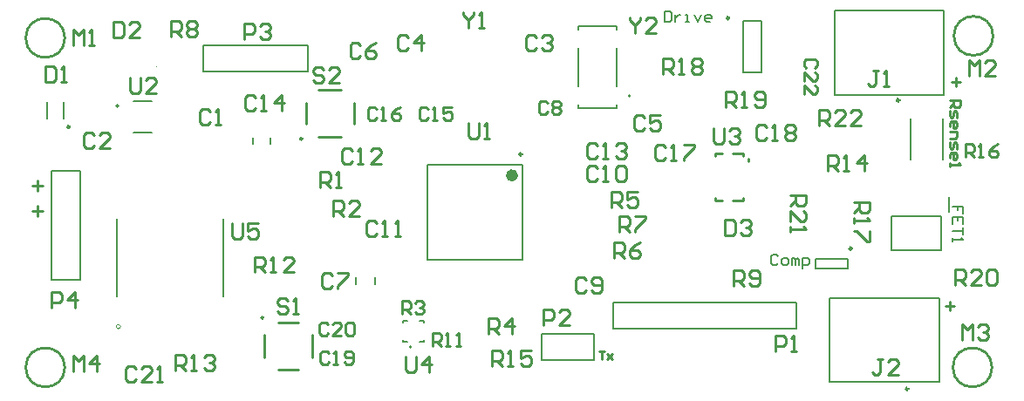
<source format=gto>
G04*
G04 #@! TF.GenerationSoftware,Altium Limited,Altium Designer,19.0.14 (431)*
G04*
G04 Layer_Color=65535*
%FSLAX25Y25*%
%MOIN*%
G70*
G01*
G75*
%ADD10C,0.00984*%
%ADD11C,0.01000*%
%ADD12C,0.00787*%
%ADD13C,0.00000*%
%ADD14C,0.02362*%
%ADD15C,0.00394*%
%ADD16C,0.00500*%
%ADD17C,0.00900*%
%ADD18C,0.00800*%
D10*
X341635Y3599D02*
G03*
X341635Y3599I-492J0D01*
G01*
X338300Y114000D02*
G03*
X338300Y114000I-600J0D01*
G01*
X273174Y145362D02*
G03*
X273174Y145362I-492J0D01*
G01*
X193996Y93307D02*
G03*
X193996Y93307I-492J0D01*
G01*
X21161Y103789D02*
G03*
X21161Y103789I-492J0D01*
G01*
X320037Y57300D02*
G03*
X320037Y57300I-492J0D01*
G01*
D11*
X19291Y11811D02*
G03*
X19291Y11811I-7480J0D01*
G01*
Y137795D02*
G03*
X19291Y137795I-7480J0D01*
G01*
X110039Y99213D02*
G03*
X110039Y99213I-394J0D01*
G01*
X95177Y30906D02*
G03*
X95177Y30906I-394J0D01*
G01*
X373622Y11811D02*
G03*
X373622Y11811I-7480J0D01*
G01*
X374016Y138583D02*
G03*
X374016Y138583I-7480J0D01*
G01*
X280512Y90551D02*
Y91535D01*
X278543Y92520D02*
Y93504D01*
X274606D02*
X278543D01*
X274606Y75787D02*
X278543D01*
Y76772D01*
X267717Y75787D02*
X270669D01*
X267717D02*
Y76772D01*
Y92520D02*
Y93504D01*
X270669D01*
X111614Y105118D02*
Y112992D01*
X116339Y118110D02*
X125000D01*
X129724Y105118D02*
Y112992D01*
X116339Y100000D02*
X125000D01*
X95571Y15551D02*
Y24213D01*
X100689Y10827D02*
X108563D01*
X113681Y15551D02*
Y24213D01*
X100689Y28937D02*
X108563D01*
X331797Y14998D02*
X329798D01*
X330798D01*
Y10000D01*
X329798Y9000D01*
X328798D01*
X327799Y10000D01*
X337795Y9000D02*
X333797D01*
X337795Y12999D01*
Y13998D01*
X336796Y14998D01*
X334796D01*
X333797Y13998D01*
X330099Y125298D02*
X328099D01*
X329099D01*
Y120300D01*
X328099Y119300D01*
X327100D01*
X326100Y120300D01*
X332098Y119300D02*
X334097D01*
X333098D01*
Y125298D01*
X332098Y124298D01*
X6693Y71503D02*
X10692D01*
X8692Y73502D02*
Y69504D01*
X6693Y81345D02*
X10692D01*
X8692Y83345D02*
Y79346D01*
X223622Y17960D02*
X225621D01*
X224622D01*
Y14961D01*
X226621Y16960D02*
X228620Y14961D01*
X227621Y15960D01*
X228620Y16960D01*
X226621Y14961D01*
X271900Y111400D02*
Y117398D01*
X274899D01*
X275899Y116398D01*
Y114399D01*
X274899Y113399D01*
X271900D01*
X273899D02*
X275899Y111400D01*
X277898D02*
X279897D01*
X278898D01*
Y117398D01*
X277898Y116398D01*
X282896Y112400D02*
X283896Y111400D01*
X285895D01*
X286895Y112400D01*
Y116398D01*
X285895Y117398D01*
X283896D01*
X282896Y116398D01*
Y115399D01*
X283896Y114399D01*
X286895D01*
X248000Y123800D02*
Y129798D01*
X250999D01*
X251999Y128798D01*
Y126799D01*
X250999Y125799D01*
X248000D01*
X249999D02*
X251999Y123800D01*
X253998D02*
X255997D01*
X254998D01*
Y129798D01*
X253998Y128798D01*
X258996D02*
X259996Y129798D01*
X261996D01*
X262995Y128798D01*
Y127799D01*
X261996Y126799D01*
X262995Y125799D01*
Y124800D01*
X261996Y123800D01*
X259996D01*
X258996Y124800D01*
Y125799D01*
X259996Y126799D01*
X258996Y127799D01*
Y128798D01*
X259996Y126799D02*
X261996D01*
X182382Y12303D02*
Y18301D01*
X185381D01*
X186381Y17301D01*
Y15302D01*
X185381Y14302D01*
X182382D01*
X184381D02*
X186381Y12303D01*
X188380D02*
X190379D01*
X189380D01*
Y18301D01*
X188380Y17301D01*
X197377Y18301D02*
X193378D01*
Y15302D01*
X195378Y16302D01*
X196377D01*
X197377Y15302D01*
Y13303D01*
X196377Y12303D01*
X194378D01*
X193378Y13303D01*
X22600Y10400D02*
Y16398D01*
X24599Y14399D01*
X26599Y16398D01*
Y10400D01*
X31597D02*
Y16398D01*
X28598Y13399D01*
X32597D01*
X22500Y135000D02*
Y140998D01*
X24499Y138999D01*
X26499Y140998D01*
Y135000D01*
X28498D02*
X30497D01*
X29498D01*
Y140998D01*
X28498Y139998D01*
X235039Y145762D02*
Y144762D01*
X237039Y142763D01*
X239038Y144762D01*
Y145762D01*
X237039Y142763D02*
Y139764D01*
X245036D02*
X241037D01*
X245036Y143763D01*
Y144762D01*
X244037Y145762D01*
X242037D01*
X241037Y144762D01*
X171653Y147730D02*
Y146731D01*
X173653Y144731D01*
X175652Y146731D01*
Y147730D01*
X173653Y144731D02*
Y141732D01*
X177652D02*
X179651D01*
X178651D01*
Y147730D01*
X177652Y146731D01*
X83071Y67022D02*
Y62023D01*
X84071Y61024D01*
X86070D01*
X87070Y62023D01*
Y67022D01*
X93068D02*
X89069D01*
Y64023D01*
X91068Y65022D01*
X92068D01*
X93068Y64023D01*
Y62023D01*
X92068Y61024D01*
X90069D01*
X89069Y62023D01*
X149606Y15841D02*
Y10842D01*
X150606Y9843D01*
X152605D01*
X153605Y10842D01*
Y15841D01*
X158603Y9843D02*
Y15841D01*
X155604Y12842D01*
X159603D01*
X267035Y103341D02*
Y98342D01*
X268034Y97342D01*
X270034D01*
X271033Y98342D01*
Y103341D01*
X273033Y102341D02*
X274032Y103341D01*
X276032D01*
X277031Y102341D01*
Y101341D01*
X276032Y100341D01*
X275032D01*
X276032D01*
X277031Y99342D01*
Y98342D01*
X276032Y97342D01*
X274032D01*
X273033Y98342D01*
X44094Y122534D02*
Y117535D01*
X45094Y116535D01*
X47093D01*
X48093Y117535D01*
Y122534D01*
X54091Y116535D02*
X50093D01*
X54091Y120534D01*
Y121534D01*
X53092Y122534D01*
X51092D01*
X50093Y121534D01*
X173622Y105211D02*
Y100212D01*
X174622Y99213D01*
X176621D01*
X177621Y100212D01*
Y105211D01*
X179620Y99213D02*
X181620D01*
X180620D01*
Y105211D01*
X179620Y104211D01*
X118172Y125471D02*
X117172Y126470D01*
X115173D01*
X114173Y125471D01*
Y124471D01*
X115173Y123471D01*
X117172D01*
X118172Y122472D01*
Y121472D01*
X117172Y120472D01*
X115173D01*
X114173Y121472D01*
X124170Y120472D02*
X120171D01*
X124170Y124471D01*
Y125471D01*
X123170Y126470D01*
X121171D01*
X120171Y125471D01*
X104392Y37282D02*
X103393Y38282D01*
X101393D01*
X100394Y37282D01*
Y36282D01*
X101393Y35282D01*
X103393D01*
X104392Y34283D01*
Y33283D01*
X103393Y32283D01*
X101393D01*
X100394Y33283D01*
X106392Y32283D02*
X108391D01*
X107391D01*
Y38282D01*
X106392Y37282D01*
X61417Y10630D02*
Y16628D01*
X64416D01*
X65416Y15628D01*
Y13629D01*
X64416Y12629D01*
X61417D01*
X63417D02*
X65416Y10630D01*
X67415D02*
X69415D01*
X68415D01*
Y16628D01*
X67415Y15628D01*
X72414D02*
X73413Y16628D01*
X75413D01*
X76412Y15628D01*
Y14629D01*
X75413Y13629D01*
X74413D01*
X75413D01*
X76412Y12629D01*
Y11630D01*
X75413Y10630D01*
X73413D01*
X72414Y11630D01*
X91831Y48130D02*
Y54128D01*
X94830D01*
X95829Y53128D01*
Y51129D01*
X94830Y50129D01*
X91831D01*
X93830D02*
X95829Y48130D01*
X97829D02*
X99828D01*
X98828D01*
Y54128D01*
X97829Y53128D01*
X106826Y48130D02*
X102827D01*
X106826Y52129D01*
Y53128D01*
X105826Y54128D01*
X103827D01*
X102827Y53128D01*
X274803Y42913D02*
Y48911D01*
X277802D01*
X278802Y47912D01*
Y45912D01*
X277802Y44913D01*
X274803D01*
X276802D02*
X278802Y42913D01*
X280801Y43913D02*
X281801Y42913D01*
X283800D01*
X284800Y43913D01*
Y47912D01*
X283800Y48911D01*
X281801D01*
X280801Y47912D01*
Y46912D01*
X281801Y45912D01*
X284800D01*
X59713Y138332D02*
Y144330D01*
X62712D01*
X63712Y143331D01*
Y141331D01*
X62712Y140332D01*
X59713D01*
X61713D02*
X63712Y138332D01*
X65711Y143331D02*
X66711Y144330D01*
X68711D01*
X69710Y143331D01*
Y142331D01*
X68711Y141331D01*
X69710Y140332D01*
Y139332D01*
X68711Y138332D01*
X66711D01*
X65711Y139332D01*
Y140332D01*
X66711Y141331D01*
X65711Y142331D01*
Y143331D01*
X66711Y141331D02*
X68711D01*
X231102Y63779D02*
Y69778D01*
X234101D01*
X235101Y68778D01*
Y66779D01*
X234101Y65779D01*
X231102D01*
X233102D02*
X235101Y63779D01*
X237100Y69778D02*
X241099D01*
Y68778D01*
X237100Y64779D01*
Y63779D01*
X229331Y53543D02*
Y59541D01*
X232330D01*
X233329Y58542D01*
Y56542D01*
X232330Y55543D01*
X229331D01*
X231330D02*
X233329Y53543D01*
X239328Y59541D02*
X237328Y58542D01*
X235329Y56542D01*
Y54543D01*
X236328Y53543D01*
X238328D01*
X239328Y54543D01*
Y55543D01*
X238328Y56542D01*
X235329D01*
X228346Y72933D02*
Y78931D01*
X231346D01*
X232345Y77931D01*
Y75932D01*
X231346Y74932D01*
X228346D01*
X230346D02*
X232345Y72933D01*
X238343Y78931D02*
X234345D01*
Y75932D01*
X236344Y76932D01*
X237344D01*
X238343Y75932D01*
Y73933D01*
X237344Y72933D01*
X235344D01*
X234345Y73933D01*
X181102Y24606D02*
Y30604D01*
X184101D01*
X185101Y29605D01*
Y27605D01*
X184101Y26606D01*
X181102D01*
X183102D02*
X185101Y24606D01*
X190100D02*
Y30604D01*
X187100Y27605D01*
X191099D01*
X121850Y69685D02*
Y75683D01*
X124849D01*
X125849Y74683D01*
Y72684D01*
X124849Y71684D01*
X121850D01*
X123850D02*
X125849Y69685D01*
X131847D02*
X127848D01*
X131847Y73684D01*
Y74683D01*
X130848Y75683D01*
X128848D01*
X127848Y74683D01*
X116831Y80709D02*
Y86707D01*
X119830D01*
X120829Y85707D01*
Y83708D01*
X119830Y82708D01*
X116831D01*
X118830D02*
X120829Y80709D01*
X122829D02*
X124828D01*
X123828D01*
Y86707D01*
X122829Y85707D01*
X14173Y34646D02*
Y40644D01*
X17172D01*
X18172Y39644D01*
Y37645D01*
X17172Y36645D01*
X14173D01*
X23170Y34646D02*
Y40644D01*
X20171Y37645D01*
X24170D01*
X87795Y137402D02*
Y143400D01*
X90794D01*
X91794Y142400D01*
Y140401D01*
X90794Y139401D01*
X87795D01*
X93793Y142400D02*
X94793Y143400D01*
X96792D01*
X97792Y142400D01*
Y141400D01*
X96792Y140401D01*
X95793D01*
X96792D01*
X97792Y139401D01*
Y138401D01*
X96792Y137402D01*
X94793D01*
X93793Y138401D01*
X202045Y27843D02*
Y33841D01*
X205044D01*
X206044Y32841D01*
Y30842D01*
X205044Y29842D01*
X202045D01*
X212042Y27843D02*
X208043D01*
X212042Y31841D01*
Y32841D01*
X211042Y33841D01*
X209043D01*
X208043Y32841D01*
X290800Y18000D02*
Y23998D01*
X293799D01*
X294799Y22998D01*
Y20999D01*
X293799Y19999D01*
X290800D01*
X296798Y18000D02*
X298797D01*
X297798D01*
Y23998D01*
X296798Y22998D01*
X271654Y68203D02*
Y62205D01*
X274653D01*
X275652Y63204D01*
Y67203D01*
X274653Y68203D01*
X271654D01*
X277652Y67203D02*
X278651Y68203D01*
X280651D01*
X281650Y67203D01*
Y66203D01*
X280651Y65204D01*
X279651D01*
X280651D01*
X281650Y64204D01*
Y63204D01*
X280651Y62205D01*
X278651D01*
X277652Y63204D01*
X37939Y143930D02*
Y137932D01*
X40938D01*
X41937Y138931D01*
Y142930D01*
X40938Y143930D01*
X37939D01*
X47935Y137932D02*
X43937D01*
X47935Y141930D01*
Y142930D01*
X46936Y143930D01*
X44936D01*
X43937Y142930D01*
X11811Y126864D02*
Y120866D01*
X14810D01*
X15810Y121866D01*
Y125865D01*
X14810Y126864D01*
X11811D01*
X17809Y120866D02*
X19808D01*
X18809D01*
Y126864D01*
X17809Y125865D01*
X46518Y11298D02*
X45519Y12297D01*
X43519D01*
X42520Y11298D01*
Y7299D01*
X43519Y6299D01*
X45519D01*
X46518Y7299D01*
X52517Y6299D02*
X48518D01*
X52517Y10298D01*
Y11298D01*
X51517Y12297D01*
X49517D01*
X48518Y11298D01*
X54516Y6299D02*
X56515D01*
X55515D01*
Y12297D01*
X54516Y11298D01*
X287355Y103730D02*
X286356Y104729D01*
X284356D01*
X283357Y103730D01*
Y99731D01*
X284356Y98731D01*
X286356D01*
X287355Y99731D01*
X289355Y98731D02*
X291354D01*
X290354D01*
Y104729D01*
X289355Y103730D01*
X294353D02*
X295353Y104729D01*
X297352D01*
X298352Y103730D01*
Y102730D01*
X297352Y101731D01*
X298352Y100731D01*
Y99731D01*
X297352Y98731D01*
X295353D01*
X294353Y99731D01*
Y100731D01*
X295353Y101731D01*
X294353Y102730D01*
Y103730D01*
X295353Y101731D02*
X297352D01*
X248684Y96042D02*
X247684Y97041D01*
X245685D01*
X244685Y96042D01*
Y92043D01*
X245685Y91043D01*
X247684D01*
X248684Y92043D01*
X250683Y91043D02*
X252682D01*
X251683D01*
Y97041D01*
X250683Y96042D01*
X255681Y97041D02*
X259680D01*
Y96042D01*
X255681Y92043D01*
Y91043D01*
X92188Y114841D02*
X91188Y115841D01*
X89189D01*
X88189Y114841D01*
Y110842D01*
X89189Y109843D01*
X91188D01*
X92188Y110842D01*
X94187Y109843D02*
X96186D01*
X95187D01*
Y115841D01*
X94187Y114841D01*
X102184Y109843D02*
Y115841D01*
X99185Y112842D01*
X103184D01*
X222896Y96731D02*
X221897Y97730D01*
X219897D01*
X218898Y96731D01*
Y92732D01*
X219897Y91732D01*
X221897D01*
X222896Y92732D01*
X224896Y91732D02*
X226895D01*
X225895D01*
Y97730D01*
X224896Y96731D01*
X229894D02*
X230894Y97730D01*
X232893D01*
X233893Y96731D01*
Y95731D01*
X232893Y94731D01*
X231893D01*
X232893D01*
X233893Y93732D01*
Y92732D01*
X232893Y91732D01*
X230894D01*
X229894Y92732D01*
X129196Y94762D02*
X128196Y95762D01*
X126197D01*
X125197Y94762D01*
Y90763D01*
X126197Y89764D01*
X128196D01*
X129196Y90763D01*
X131195Y89764D02*
X133194D01*
X132195D01*
Y95762D01*
X131195Y94762D01*
X140192Y89764D02*
X136193D01*
X140192Y93762D01*
Y94762D01*
X139192Y95762D01*
X137193D01*
X136193Y94762D01*
X138644Y66809D02*
X137645Y67809D01*
X135645D01*
X134646Y66809D01*
Y62811D01*
X135645Y61811D01*
X137645D01*
X138644Y62811D01*
X140644Y61811D02*
X142643D01*
X141643D01*
Y67809D01*
X140644Y66809D01*
X145642Y61811D02*
X147642D01*
X146642D01*
Y67809D01*
X145642Y66809D01*
X222798Y88069D02*
X221798Y89069D01*
X219799D01*
X218799Y88069D01*
Y84071D01*
X219799Y83071D01*
X221798D01*
X222798Y84071D01*
X224797Y83071D02*
X226797D01*
X225797D01*
Y89069D01*
X224797Y88069D01*
X229796D02*
X230795Y89069D01*
X232795D01*
X233794Y88069D01*
Y84071D01*
X232795Y83071D01*
X230795D01*
X229796Y84071D01*
Y88069D01*
X218566Y45353D02*
X217566Y46352D01*
X215567D01*
X214567Y45353D01*
Y41354D01*
X215567Y40354D01*
X217566D01*
X218566Y41354D01*
X220565D02*
X221565Y40354D01*
X223564D01*
X224564Y41354D01*
Y45353D01*
X223564Y46352D01*
X221565D01*
X220565Y45353D01*
Y44353D01*
X221565Y43353D01*
X224564D01*
X121518Y46927D02*
X120519Y47927D01*
X118519D01*
X117520Y46927D01*
Y42929D01*
X118519Y41929D01*
X120519D01*
X121518Y42929D01*
X123518Y47927D02*
X127516D01*
Y46927D01*
X123518Y42929D01*
Y41929D01*
X132345Y134920D02*
X131345Y135919D01*
X129346D01*
X128347Y134920D01*
Y130921D01*
X129346Y129921D01*
X131345D01*
X132345Y130921D01*
X138343Y135919D02*
X136344Y134920D01*
X134344Y132920D01*
Y130921D01*
X135344Y129921D01*
X137344D01*
X138343Y130921D01*
Y131921D01*
X137344Y132920D01*
X134344D01*
X241007Y107361D02*
X240007Y108360D01*
X238007D01*
X237008Y107361D01*
Y103362D01*
X238007Y102362D01*
X240007D01*
X241007Y103362D01*
X247005Y108360D02*
X243006D01*
Y105361D01*
X245005Y106361D01*
X246005D01*
X247005Y105361D01*
Y103362D01*
X246005Y102362D01*
X244006D01*
X243006Y103362D01*
X150455Y138069D02*
X149456Y139069D01*
X147456D01*
X146457Y138069D01*
Y134071D01*
X147456Y133071D01*
X149456D01*
X150455Y134071D01*
X155454Y133071D02*
Y139069D01*
X152455Y136070D01*
X156454D01*
X199668Y138069D02*
X198668Y139069D01*
X196669D01*
X195669Y138069D01*
Y134071D01*
X196669Y133071D01*
X198668D01*
X199668Y134071D01*
X201667Y138069D02*
X202667Y139069D01*
X204666D01*
X205666Y138069D01*
Y137070D01*
X204666Y136070D01*
X203667D01*
X204666D01*
X205666Y135070D01*
Y134071D01*
X204666Y133071D01*
X202667D01*
X201667Y134071D01*
X30672Y100766D02*
X29672Y101766D01*
X27673D01*
X26673Y100766D01*
Y96767D01*
X27673Y95768D01*
X29672D01*
X30672Y96767D01*
X36670Y95768D02*
X32671D01*
X36670Y99766D01*
Y100766D01*
X35670Y101766D01*
X33671D01*
X32671Y100766D01*
X74865Y109723D02*
X73865Y110722D01*
X71866D01*
X70866Y109723D01*
Y105724D01*
X71866Y104724D01*
X73865D01*
X74865Y105724D01*
X76864Y104724D02*
X78864D01*
X77864D01*
Y110722D01*
X76864Y109723D01*
X307500Y104400D02*
Y110398D01*
X310499D01*
X311499Y109398D01*
Y107399D01*
X310499Y106399D01*
X307500D01*
X309499D02*
X311499Y104400D01*
X317497D02*
X313498D01*
X317497Y108399D01*
Y109398D01*
X316497Y110398D01*
X314498D01*
X313498Y109398D01*
X323495Y104400D02*
X319496D01*
X323495Y108399D01*
Y109398D01*
X322495Y110398D01*
X320496D01*
X319496Y109398D01*
X296639Y77481D02*
X302637D01*
Y74482D01*
X301637Y73482D01*
X299638D01*
X298638Y74482D01*
Y77481D01*
Y75482D02*
X296639Y73482D01*
Y67484D02*
Y71483D01*
X300637Y67484D01*
X301637D01*
X302637Y68484D01*
Y70483D01*
X301637Y71483D01*
X296639Y65485D02*
Y63486D01*
Y64485D01*
X302637D01*
X301637Y65485D01*
X359571Y43369D02*
Y49367D01*
X362570D01*
X363570Y48368D01*
Y46368D01*
X362570Y45369D01*
X359571D01*
X361570D02*
X363570Y43369D01*
X369568D02*
X365569D01*
X369568Y47368D01*
Y48368D01*
X368568Y49367D01*
X366569D01*
X365569Y48368D01*
X371567D02*
X372567Y49367D01*
X374566D01*
X375566Y48368D01*
Y44369D01*
X374566Y43369D01*
X372567D01*
X371567Y44369D01*
Y48368D01*
X320900Y75100D02*
X326898D01*
Y72101D01*
X325898Y71101D01*
X323899D01*
X322899Y72101D01*
Y75100D01*
Y73101D02*
X320900Y71101D01*
Y69102D02*
Y67103D01*
Y68102D01*
X326898D01*
X325898Y69102D01*
X326898Y64104D02*
Y60105D01*
X325898D01*
X321900Y64104D01*
X320900D01*
X310700Y87000D02*
Y92998D01*
X313699D01*
X314699Y91998D01*
Y89999D01*
X313699Y88999D01*
X310700D01*
X312699D02*
X314699Y87000D01*
X316698D02*
X318697D01*
X317698D01*
Y92998D01*
X316698Y91998D01*
X324695Y87000D02*
Y92998D01*
X321696Y89999D01*
X325695D01*
X362300Y22400D02*
Y28398D01*
X364299Y26399D01*
X366299Y28398D01*
Y22400D01*
X368298Y27398D02*
X369298Y28398D01*
X371297D01*
X372297Y27398D01*
Y26399D01*
X371297Y25399D01*
X370297D01*
X371297D01*
X372297Y24399D01*
Y23400D01*
X371297Y22400D01*
X369298D01*
X368298Y23400D01*
X364700Y123200D02*
Y129198D01*
X366699Y127199D01*
X368699Y129198D01*
Y123200D01*
X374697D02*
X370698D01*
X374697Y127199D01*
Y128198D01*
X373697Y129198D01*
X371698D01*
X370698Y128198D01*
D12*
X235433Y115551D02*
G03*
X235433Y115551I-394J0D01*
G01*
X151713Y19685D02*
G03*
X151713Y19685I-394J0D01*
G01*
X39953Y111811D02*
G03*
X39953Y111811I-623J0D01*
G01*
X354346Y56605D02*
Y69794D01*
X335054Y56605D02*
X354346D01*
X335054D02*
Y69794D01*
X354346D01*
X357338Y71212D02*
Y77117D01*
X311615Y38442D02*
X353347D01*
X311615Y6158D02*
Y38442D01*
Y6158D02*
X353347D01*
Y38442D01*
X313372Y148242D02*
X355105D01*
X313372Y115958D02*
Y148242D01*
Y115958D02*
X355105D01*
Y148242D01*
X278587Y124673D02*
X285674D01*
X278587Y144358D02*
X285674D01*
Y124673D02*
Y144358D01*
X278587Y124673D02*
Y144358D01*
X157874Y52953D02*
Y89173D01*
X194095Y52953D02*
Y89173D01*
X157874Y52953D02*
X194095D01*
X157874Y89173D02*
X194095D01*
X14173Y45276D02*
X25197D01*
X14173D02*
Y87008D01*
X25197Y45276D02*
Y87008D01*
X14173D02*
X25197D01*
X72185Y124921D02*
Y134921D01*
X112185D01*
X72185Y124921D02*
X112185D01*
Y134921D01*
X201437Y14488D02*
Y24488D01*
X221437D01*
Y14488D02*
Y24488D01*
X201437Y14488D02*
X221437D01*
X228780Y36496D02*
X298780D01*
X228780Y26496D02*
Y36496D01*
Y26496D02*
X298780D01*
Y36496D01*
X12598Y107087D02*
Y113386D01*
X18898Y107087D02*
Y113386D01*
X97835Y97342D02*
Y99705D01*
X91142Y97342D02*
Y99705D01*
X130610Y43701D02*
Y46457D01*
X137697Y43701D02*
Y46457D01*
X306258Y49524D02*
X318462D01*
X306258Y53461D02*
X318462D01*
X306258Y49524D02*
Y53461D01*
X318462Y49524D02*
Y53461D01*
X342399Y91326D02*
Y107074D01*
X354801Y91326D02*
Y107074D01*
D13*
X40551Y27382D02*
G03*
X40551Y27382I-787J0D01*
G01*
D14*
X191339Y85236D02*
G03*
X191339Y85236I-1181J0D01*
G01*
D15*
X285138Y58366D02*
G03*
X285138Y58366I-197J0D01*
G01*
X54331Y126673D02*
G03*
X54331Y126673I-197J0D01*
G01*
D16*
X215354Y110827D02*
Y112205D01*
Y110827D02*
X230315D01*
Y112205D01*
X215354Y119291D02*
Y133858D01*
X230315Y119291D02*
Y133858D01*
Y140945D02*
Y142323D01*
X215354D02*
X230315D01*
X215354Y140945D02*
Y142323D01*
X79796Y38991D02*
Y68489D01*
X39298Y38991D02*
Y68489D01*
X154980Y29646D02*
X156555D01*
Y28937D02*
Y29646D01*
X148445D02*
X150020D01*
X148445Y28937D02*
Y29646D01*
Y21535D02*
Y22244D01*
Y21535D02*
X150020D01*
X154980D02*
X156555D01*
Y22244D01*
X45512Y101654D02*
X52441D01*
X45512Y113701D02*
X52441D01*
D17*
X355700Y35299D02*
X359032D01*
X357366Y36965D02*
Y33633D01*
X358100Y120999D02*
X361432D01*
X359766Y122665D02*
Y119333D01*
X159843Y20079D02*
Y25077D01*
X162342D01*
X163175Y24244D01*
Y22578D01*
X162342Y21745D01*
X159843D01*
X161509D02*
X163175Y20079D01*
X164841D02*
X166507D01*
X165674D01*
Y25077D01*
X164841Y24244D01*
X169006Y20079D02*
X170672D01*
X169839D01*
Y25077D01*
X169006Y24244D01*
X148031Y32283D02*
Y37282D01*
X150531D01*
X151364Y36449D01*
Y34783D01*
X150531Y33950D01*
X148031D01*
X149698D02*
X151364Y32283D01*
X153030Y36449D02*
X153863Y37282D01*
X155529D01*
X156362Y36449D01*
Y35616D01*
X155529Y34783D01*
X154696D01*
X155529D01*
X156362Y33950D01*
Y33116D01*
X155529Y32283D01*
X153863D01*
X153030Y33116D01*
X119868Y28181D02*
X119035Y29014D01*
X117368D01*
X116535Y28181D01*
Y24849D01*
X117368Y24016D01*
X119035D01*
X119868Y24849D01*
X124866Y24016D02*
X121534D01*
X124866Y27348D01*
Y28181D01*
X124033Y29014D01*
X122367D01*
X121534Y28181D01*
X126532D02*
X127365Y29014D01*
X129031D01*
X129865Y28181D01*
Y24849D01*
X129031Y24016D01*
X127365D01*
X126532Y24849D01*
Y28181D01*
X120261Y17157D02*
X119428Y17990D01*
X117762D01*
X116929Y17157D01*
Y13825D01*
X117762Y12992D01*
X119428D01*
X120261Y13825D01*
X121927Y12992D02*
X123594D01*
X122761D01*
Y17990D01*
X121927Y17157D01*
X126093Y13825D02*
X126926Y12992D01*
X128592D01*
X129425Y13825D01*
Y17157D01*
X128592Y17990D01*
X126926D01*
X126093Y17157D01*
Y16324D01*
X126926Y15491D01*
X129425D01*
X138372Y110465D02*
X137539Y111298D01*
X135872D01*
X135039Y110465D01*
Y107132D01*
X135872Y106299D01*
X137539D01*
X138372Y107132D01*
X140038Y106299D02*
X141704D01*
X140871D01*
Y111298D01*
X140038Y110465D01*
X147535Y111298D02*
X145869Y110465D01*
X144203Y108798D01*
Y107132D01*
X145036Y106299D01*
X146702D01*
X147535Y107132D01*
Y107965D01*
X146702Y108798D01*
X144203D01*
X158057Y110465D02*
X157224Y111298D01*
X155558D01*
X154724Y110465D01*
Y107132D01*
X155558Y106299D01*
X157224D01*
X158057Y107132D01*
X159723Y106299D02*
X161389D01*
X160556D01*
Y111298D01*
X159723Y110465D01*
X167220Y111298D02*
X163888D01*
Y108798D01*
X165554Y109632D01*
X166387D01*
X167220Y108798D01*
Y107132D01*
X166387Y106299D01*
X164721D01*
X163888Y107132D01*
X203726Y112827D02*
X202893Y113660D01*
X201227D01*
X200394Y112827D01*
Y109494D01*
X201227Y108661D01*
X202893D01*
X203726Y109494D01*
X205392Y112827D02*
X206225Y113660D01*
X207891D01*
X208724Y112827D01*
Y111994D01*
X207891Y111161D01*
X208724Y110327D01*
Y109494D01*
X207891Y108661D01*
X206225D01*
X205392Y109494D01*
Y110327D01*
X206225Y111161D01*
X205392Y111994D01*
Y112827D01*
X206225Y111161D02*
X207891D01*
X357375Y113826D02*
X361373D01*
Y111827D01*
X360707Y111160D01*
X359374D01*
X358708Y111827D01*
Y113826D01*
Y112493D02*
X357375Y111160D01*
Y109827D02*
Y107828D01*
X358041Y107161D01*
X358708Y107828D01*
Y109161D01*
X359374Y109827D01*
X360041Y109161D01*
Y107161D01*
X357375Y103829D02*
Y105162D01*
X358041Y105829D01*
X359374D01*
X360041Y105162D01*
Y103829D01*
X359374Y103163D01*
X358708D01*
Y105829D01*
X357375Y101830D02*
X360041D01*
Y99831D01*
X359374Y99164D01*
X357375D01*
Y97831D02*
Y95832D01*
X358041Y95165D01*
X358708Y95832D01*
Y97165D01*
X359374Y97831D01*
X360041Y97165D01*
Y95165D01*
X357375Y91833D02*
Y93166D01*
X358041Y93832D01*
X359374D01*
X360041Y93166D01*
Y91833D01*
X359374Y91167D01*
X358708D01*
Y93832D01*
X357375Y89834D02*
Y88501D01*
Y89167D01*
X361373D01*
X360707Y89834D01*
X363500Y92200D02*
Y97198D01*
X365999D01*
X366832Y96365D01*
Y94699D01*
X365999Y93866D01*
X363500D01*
X365166D02*
X366832Y92200D01*
X368498D02*
X370164D01*
X369331D01*
Y97198D01*
X368498Y96365D01*
X375996Y97198D02*
X374330Y96365D01*
X372664Y94699D01*
Y93033D01*
X373497Y92200D01*
X375163D01*
X375996Y93033D01*
Y93866D01*
X375163Y94699D01*
X372664D01*
X305865Y126368D02*
X306698Y127201D01*
Y128867D01*
X305865Y129700D01*
X302533D01*
X301700Y128867D01*
Y127201D01*
X302533Y126368D01*
X301700Y121369D02*
Y124702D01*
X305032Y121369D01*
X305865D01*
X306698Y122202D01*
Y123869D01*
X305865Y124702D01*
X301700Y116371D02*
Y119703D01*
X305032Y116371D01*
X305865D01*
X306698Y117204D01*
Y118870D01*
X305865Y119703D01*
D18*
X248500Y148099D02*
Y144100D01*
X250499D01*
X251166Y144766D01*
Y147432D01*
X250499Y148099D01*
X248500D01*
X252499Y146766D02*
Y144100D01*
Y145433D01*
X253165Y146099D01*
X253832Y146766D01*
X254498D01*
X256497Y144100D02*
X257830D01*
X257164D01*
Y146766D01*
X256497D01*
X259830D02*
X261163Y144100D01*
X262495Y146766D01*
X265828Y144100D02*
X264495D01*
X263828Y144766D01*
Y146099D01*
X264495Y146766D01*
X265828D01*
X266494Y146099D01*
Y145433D01*
X263828D01*
X362499Y70534D02*
Y73200D01*
X360499D01*
Y71867D01*
Y73200D01*
X358500D01*
X362499Y66536D02*
Y69201D01*
X358500D01*
Y66536D01*
X360499Y69201D02*
Y67868D01*
X362499Y65203D02*
Y62537D01*
Y63870D01*
X358500D01*
Y61204D02*
Y59871D01*
Y60537D01*
X362499D01*
X361832Y61204D01*
X291966Y54332D02*
X291299Y54999D01*
X289966D01*
X289300Y54332D01*
Y51666D01*
X289966Y51000D01*
X291299D01*
X291966Y51666D01*
X293965Y51000D02*
X295298D01*
X295965Y51666D01*
Y52999D01*
X295298Y53666D01*
X293965D01*
X293299Y52999D01*
Y51666D01*
X293965Y51000D01*
X297297D02*
Y53666D01*
X297964D01*
X298630Y52999D01*
Y51000D01*
Y52999D01*
X299297Y53666D01*
X299963Y52999D01*
Y51000D01*
X301296Y49667D02*
Y53666D01*
X303295D01*
X303962Y52999D01*
Y51666D01*
X303295Y51000D01*
X301296D01*
M02*

</source>
